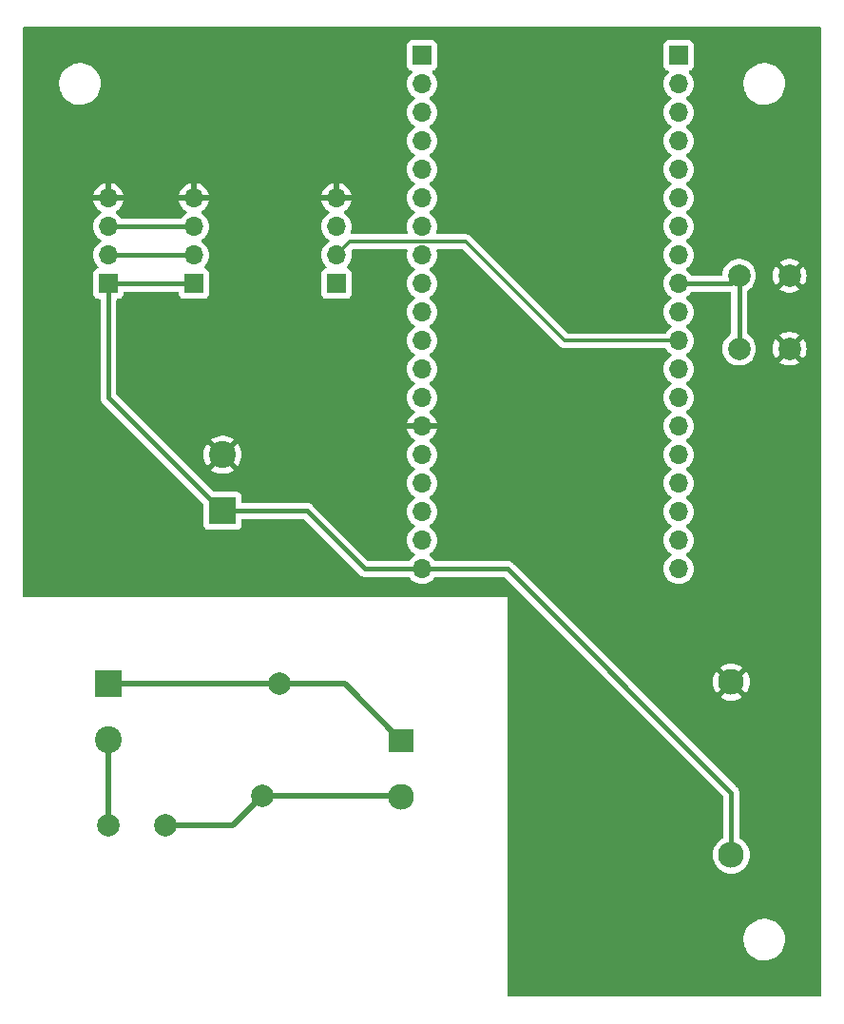
<source format=gbr>
%TF.GenerationSoftware,KiCad,Pcbnew,7.0.2*%
%TF.CreationDate,2023-04-25T22:23:20+02:00*%
%TF.ProjectId,em_schematic,656d5f73-6368-4656-9d61-7469632e6b69,rev?*%
%TF.SameCoordinates,Original*%
%TF.FileFunction,Copper,L1,Top*%
%TF.FilePolarity,Positive*%
%FSLAX46Y46*%
G04 Gerber Fmt 4.6, Leading zero omitted, Abs format (unit mm)*
G04 Created by KiCad (PCBNEW 7.0.2) date 2023-04-25 22:23:20*
%MOMM*%
%LPD*%
G01*
G04 APERTURE LIST*
%TA.AperFunction,ComponentPad*%
%ADD10C,2.000000*%
%TD*%
%TA.AperFunction,ComponentPad*%
%ADD11R,2.400000X2.400000*%
%TD*%
%TA.AperFunction,ComponentPad*%
%ADD12C,2.400000*%
%TD*%
%TA.AperFunction,ComponentPad*%
%ADD13R,1.700000X1.700000*%
%TD*%
%TA.AperFunction,ComponentPad*%
%ADD14O,1.700000X1.700000*%
%TD*%
%TA.AperFunction,ComponentPad*%
%ADD15R,2.300000X2.000000*%
%TD*%
%TA.AperFunction,ComponentPad*%
%ADD16C,2.300000*%
%TD*%
%TA.AperFunction,Conductor*%
%ADD17C,0.406400*%
%TD*%
%TA.AperFunction,Conductor*%
%ADD18C,0.304800*%
%TD*%
%TA.AperFunction,Conductor*%
%ADD19C,0.508000*%
%TD*%
G04 APERTURE END LIST*
D10*
%TO.P,SW1,1,1*%
%TO.N,Net-(J2-Pin_9)*%
X155230000Y-99770000D03*
X155230000Y-93270000D03*
%TO.P,SW1,2,2*%
%TO.N,GND*%
X159730000Y-99770000D03*
X159730000Y-93270000D03*
%TD*%
D11*
%TO.P,J6,1,Pin_1*%
%TO.N,Net-(J6-Pin_1)*%
X99060000Y-129620000D03*
D12*
%TO.P,J6,2,Pin_2*%
%TO.N,Net-(J6-Pin_2)*%
X99060000Y-134620000D03*
%TD*%
D10*
%TO.P,RV1,1*%
%TO.N,Net-(J6-Pin_1)*%
X114300000Y-129620000D03*
%TO.P,RV1,2*%
%TO.N,Net-(PS1-AC{slash}N)*%
X112800000Y-139620000D03*
%TD*%
D13*
%TO.P,J4,1,Pin_1*%
%TO.N,Net-(J1-Pin_1)*%
X119380000Y-93980000D03*
D14*
%TO.P,J4,2,Pin_2*%
%TO.N,Net-(J2-Pin_11)*%
X119380000Y-91440000D03*
%TO.P,J4,3,Pin_3*%
%TO.N,Net-(J2-Pin_12)*%
X119380000Y-88900000D03*
%TO.P,J4,4,Pin_4*%
%TO.N,GND*%
X119380000Y-86360000D03*
%TD*%
D13*
%TO.P,J5,1,Pin_1*%
%TO.N,+5V*%
X106680000Y-93980000D03*
D14*
%TO.P,J5,2,Pin_2*%
%TO.N,Net-(J3-Pin_2)*%
X106680000Y-91440000D03*
%TO.P,J5,3,Pin_3*%
%TO.N,Net-(J3-Pin_3)*%
X106680000Y-88900000D03*
%TO.P,J5,4,Pin_4*%
%TO.N,GND*%
X106680000Y-86360000D03*
%TD*%
D13*
%TO.P,J2,1,Pin_1*%
%TO.N,unconnected-(J2-Pin_1-Pad1)*%
X149860000Y-73660000D03*
D14*
%TO.P,J2,2,Pin_2*%
%TO.N,unconnected-(J2-Pin_2-Pad2)*%
X149860000Y-76200000D03*
%TO.P,J2,3,Pin_3*%
%TO.N,unconnected-(J2-Pin_3-Pad3)*%
X149860000Y-78740000D03*
%TO.P,J2,4,Pin_4*%
%TO.N,unconnected-(J2-Pin_4-Pad4)*%
X149860000Y-81280000D03*
%TO.P,J2,5,Pin_5*%
%TO.N,unconnected-(J2-Pin_5-Pad5)*%
X149860000Y-83820000D03*
%TO.P,J2,6,Pin_6*%
%TO.N,unconnected-(J2-Pin_6-Pad6)*%
X149860000Y-86360000D03*
%TO.P,J2,7,Pin_7*%
%TO.N,unconnected-(J2-Pin_7-Pad7)*%
X149860000Y-88900000D03*
%TO.P,J2,8,Pin_8*%
%TO.N,unconnected-(J2-Pin_8-Pad8)*%
X149860000Y-91440000D03*
%TO.P,J2,9,Pin_9*%
%TO.N,Net-(J2-Pin_9)*%
X149860000Y-93980000D03*
%TO.P,J2,10,Pin_10*%
%TO.N,unconnected-(J2-Pin_10-Pad10)*%
X149860000Y-96520000D03*
%TO.P,J2,11,Pin_11*%
%TO.N,Net-(J2-Pin_11)*%
X149860000Y-99060000D03*
%TO.P,J2,12,Pin_12*%
%TO.N,Net-(J2-Pin_12)*%
X149860000Y-101600000D03*
%TO.P,J2,13,Pin_13*%
%TO.N,unconnected-(J2-Pin_13-Pad13)*%
X149860000Y-104140000D03*
%TO.P,J2,14,Pin_14*%
%TO.N,unconnected-(J2-Pin_14-Pad14)*%
X149860000Y-106680000D03*
%TO.P,J2,15,Pin_15*%
%TO.N,unconnected-(J2-Pin_15-Pad15)*%
X149860000Y-109220000D03*
%TO.P,J2,16,Pin_16*%
%TO.N,unconnected-(J2-Pin_16-Pad16)*%
X149860000Y-111760000D03*
%TO.P,J2,17,Pin_17*%
%TO.N,unconnected-(J2-Pin_17-Pad17)*%
X149860000Y-114300000D03*
%TO.P,J2,18,Pin_18*%
%TO.N,unconnected-(J2-Pin_18-Pad18)*%
X149860000Y-116840000D03*
%TO.P,J2,19,Pin_19*%
%TO.N,unconnected-(J2-Pin_19-Pad19)*%
X149860000Y-119380000D03*
%TD*%
D13*
%TO.P,J1,1,Pin_1*%
%TO.N,Net-(J1-Pin_1)*%
X127000000Y-73660000D03*
D14*
%TO.P,J1,2,Pin_2*%
%TO.N,unconnected-(J1-Pin_2-Pad2)*%
X127000000Y-76200000D03*
%TO.P,J1,3,Pin_3*%
%TO.N,unconnected-(J1-Pin_3-Pad3)*%
X127000000Y-78740000D03*
%TO.P,J1,4,Pin_4*%
%TO.N,unconnected-(J1-Pin_4-Pad4)*%
X127000000Y-81280000D03*
%TO.P,J1,5,Pin_5*%
%TO.N,unconnected-(J1-Pin_5-Pad5)*%
X127000000Y-83820000D03*
%TO.P,J1,6,Pin_6*%
%TO.N,unconnected-(J1-Pin_6-Pad6)*%
X127000000Y-86360000D03*
%TO.P,J1,7,Pin_7*%
%TO.N,unconnected-(J1-Pin_7-Pad7)*%
X127000000Y-88900000D03*
%TO.P,J1,8,Pin_8*%
%TO.N,unconnected-(J1-Pin_8-Pad8)*%
X127000000Y-91440000D03*
%TO.P,J1,9,Pin_9*%
%TO.N,unconnected-(J1-Pin_9-Pad9)*%
X127000000Y-93980000D03*
%TO.P,J1,10,Pin_10*%
%TO.N,unconnected-(J1-Pin_10-Pad10)*%
X127000000Y-96520000D03*
%TO.P,J1,11,Pin_11*%
%TO.N,unconnected-(J1-Pin_11-Pad11)*%
X127000000Y-99060000D03*
%TO.P,J1,12,Pin_12*%
%TO.N,unconnected-(J1-Pin_12-Pad12)*%
X127000000Y-101600000D03*
%TO.P,J1,13,Pin_13*%
%TO.N,unconnected-(J1-Pin_13-Pad13)*%
X127000000Y-104140000D03*
%TO.P,J1,14,Pin_14*%
%TO.N,GND*%
X127000000Y-106680000D03*
%TO.P,J1,15,Pin_15*%
%TO.N,unconnected-(J1-Pin_15-Pad15)*%
X127000000Y-109220000D03*
%TO.P,J1,16,Pin_16*%
%TO.N,unconnected-(J1-Pin_16-Pad16)*%
X127000000Y-111760000D03*
%TO.P,J1,17,Pin_17*%
%TO.N,unconnected-(J1-Pin_17-Pad17)*%
X127000000Y-114300000D03*
%TO.P,J1,18,Pin_18*%
%TO.N,unconnected-(J1-Pin_18-Pad18)*%
X127000000Y-116840000D03*
%TO.P,J1,19,Pin_19*%
%TO.N,+5V*%
X127000000Y-119380000D03*
%TD*%
D11*
%TO.P,C1,1*%
%TO.N,+5V*%
X109220000Y-114220000D03*
D12*
%TO.P,C1,2*%
%TO.N,GND*%
X109220000Y-109220000D03*
%TD*%
D10*
%TO.P,F1,1*%
%TO.N,Net-(J6-Pin_2)*%
X99060000Y-142230000D03*
%TO.P,F1,2*%
%TO.N,Net-(PS1-AC{slash}N)*%
X104140000Y-142240000D03*
%TD*%
D13*
%TO.P,J3,1,Pin_1*%
%TO.N,+5V*%
X99060000Y-93980000D03*
D14*
%TO.P,J3,2,Pin_2*%
%TO.N,Net-(J3-Pin_2)*%
X99060000Y-91440000D03*
%TO.P,J3,3,Pin_3*%
%TO.N,Net-(J3-Pin_3)*%
X99060000Y-88900000D03*
%TO.P,J3,4,Pin_4*%
%TO.N,GND*%
X99060000Y-86360000D03*
%TD*%
D15*
%TO.P,PS1,1,AC/L*%
%TO.N,Net-(J6-Pin_1)*%
X125137500Y-134660000D03*
D16*
%TO.P,PS1,2,AC/N*%
%TO.N,Net-(PS1-AC{slash}N)*%
X125137500Y-139660000D03*
%TO.P,PS1,3,-Vout*%
%TO.N,GND*%
X154537500Y-129460000D03*
%TO.P,PS1,4,+Vout*%
%TO.N,+5V*%
X154537500Y-144860000D03*
%TD*%
D17*
%TO.N,Net-(J2-Pin_9)*%
X155230000Y-99770000D02*
X155230000Y-93270000D01*
X154520000Y-93980000D02*
X155230000Y-93270000D01*
X149860000Y-93980000D02*
X154520000Y-93980000D01*
%TO.N,+5V*%
X109140000Y-114220000D02*
X99060000Y-104140000D01*
X134620000Y-119380000D02*
X127000000Y-119380000D01*
X154537500Y-139297500D02*
X134620000Y-119380000D01*
X154537500Y-144860000D02*
X154537500Y-139297500D01*
X109220000Y-114220000D02*
X109140000Y-114220000D01*
X127000000Y-119380000D02*
X121920000Y-119380000D01*
X121920000Y-119380000D02*
X116760000Y-114220000D01*
X116760000Y-114220000D02*
X109220000Y-114220000D01*
X99060000Y-104140000D02*
X99060000Y-93980000D01*
X99060000Y-93980000D02*
X106680000Y-93980000D01*
D18*
%TO.N,Net-(J2-Pin_11)*%
X139700000Y-99060000D02*
X149860000Y-99060000D01*
X120582400Y-90237600D02*
X130877600Y-90237600D01*
X119380000Y-91440000D02*
X120582400Y-90237600D01*
X130877600Y-90237600D02*
X139700000Y-99060000D01*
D17*
%TO.N,Net-(J3-Pin_2)*%
X99060000Y-91440000D02*
X106680000Y-91440000D01*
%TO.N,Net-(J3-Pin_3)*%
X99060000Y-88900000D02*
X106680000Y-88900000D01*
D19*
%TO.N,Net-(J6-Pin_1)*%
X99060000Y-129620000D02*
X114300000Y-129620000D01*
X120097500Y-129620000D02*
X125137500Y-134660000D01*
X114300000Y-129620000D02*
X120097500Y-129620000D01*
%TO.N,Net-(J6-Pin_2)*%
X99060000Y-134620000D02*
X99060000Y-142230000D01*
%TO.N,Net-(PS1-AC{slash}N)*%
X110180000Y-142240000D02*
X112800000Y-139620000D01*
X104140000Y-142240000D02*
X110180000Y-142240000D01*
X125097500Y-139620000D02*
X125137500Y-139660000D01*
X112800000Y-139620000D02*
X125097500Y-139620000D01*
%TD*%
%TA.AperFunction,Conductor*%
%TO.N,GND*%
G36*
X162502539Y-71140185D02*
G01*
X162548294Y-71192989D01*
X162559500Y-71244500D01*
X162559500Y-157355500D01*
X162539815Y-157422539D01*
X162487011Y-157468294D01*
X162435500Y-157479500D01*
X134744000Y-157479500D01*
X134676961Y-157459815D01*
X134631206Y-157407011D01*
X134620000Y-157355500D01*
X134620000Y-152467764D01*
X155625787Y-152467764D01*
X155655413Y-152737016D01*
X155723928Y-152999087D01*
X155829871Y-153248392D01*
X155970982Y-153479611D01*
X156060253Y-153586881D01*
X156144255Y-153687820D01*
X156345998Y-153868582D01*
X156571910Y-154018044D01*
X156678211Y-154067876D01*
X156817177Y-154133021D01*
X157076562Y-154211058D01*
X157076569Y-154211060D01*
X157344561Y-154250500D01*
X157344564Y-154250500D01*
X157545369Y-154250500D01*
X157547631Y-154250500D01*
X157750156Y-154235677D01*
X158014553Y-154176780D01*
X158267558Y-154080014D01*
X158503777Y-153947441D01*
X158718177Y-153781888D01*
X158906186Y-153586881D01*
X159063799Y-153366579D01*
X159187656Y-153125675D01*
X159275118Y-152869305D01*
X159324319Y-152602933D01*
X159334212Y-152332235D01*
X159304586Y-152062982D01*
X159236072Y-151800912D01*
X159130130Y-151551610D01*
X158989018Y-151320390D01*
X158989017Y-151320388D01*
X158815746Y-151112181D01*
X158710759Y-151018112D01*
X158614002Y-150931418D01*
X158388090Y-150781956D01*
X158388086Y-150781954D01*
X158142822Y-150666978D01*
X157883437Y-150588941D01*
X157883431Y-150588940D01*
X157615439Y-150549500D01*
X157412369Y-150549500D01*
X157410120Y-150549664D01*
X157410109Y-150549665D01*
X157209843Y-150564322D01*
X156945449Y-150623219D01*
X156692441Y-150719986D01*
X156456223Y-150852559D01*
X156241825Y-151018109D01*
X156053813Y-151213120D01*
X155896201Y-151433420D01*
X155772342Y-151674329D01*
X155684881Y-151930695D01*
X155635680Y-152197066D01*
X155625787Y-152467764D01*
X134620000Y-152467764D01*
X134620000Y-121920000D01*
X91564500Y-121920000D01*
X91497461Y-121900315D01*
X91451706Y-121847511D01*
X91440500Y-121796000D01*
X91440500Y-91440000D01*
X97704340Y-91440000D01*
X97724936Y-91675407D01*
X97761115Y-91810429D01*
X97786097Y-91903663D01*
X97885965Y-92117830D01*
X98021505Y-92311401D01*
X98021508Y-92311404D01*
X98143430Y-92433326D01*
X98176915Y-92494649D01*
X98171931Y-92564341D01*
X98130059Y-92620274D01*
X98099083Y-92637189D01*
X97967669Y-92686204D01*
X97852454Y-92772454D01*
X97766204Y-92887668D01*
X97715910Y-93022515D01*
X97715909Y-93022517D01*
X97709500Y-93082127D01*
X97709500Y-93085448D01*
X97709500Y-93085449D01*
X97709500Y-94874560D01*
X97709500Y-94874578D01*
X97709501Y-94877872D01*
X97715909Y-94937483D01*
X97766204Y-95072331D01*
X97852454Y-95187546D01*
X97967669Y-95273796D01*
X98102517Y-95324091D01*
X98162127Y-95330500D01*
X98232300Y-95330499D01*
X98299338Y-95350183D01*
X98345094Y-95402986D01*
X98356300Y-95454499D01*
X98356300Y-104114998D01*
X98356074Y-104122484D01*
X98352425Y-104182800D01*
X98363315Y-104242222D01*
X98364442Y-104249625D01*
X98371730Y-104309642D01*
X98375360Y-104319214D01*
X98381387Y-104340833D01*
X98383230Y-104350891D01*
X98408028Y-104405991D01*
X98410893Y-104412908D01*
X98432328Y-104469426D01*
X98438139Y-104477844D01*
X98449165Y-104497395D01*
X98453364Y-104506726D01*
X98490647Y-104554313D01*
X98495084Y-104560343D01*
X98524985Y-104603663D01*
X98529406Y-104610067D01*
X98574630Y-104650132D01*
X98580084Y-104655266D01*
X107483181Y-113558363D01*
X107516666Y-113619686D01*
X107519500Y-113646044D01*
X107519500Y-115464560D01*
X107519500Y-115464578D01*
X107519501Y-115467872D01*
X107519853Y-115471152D01*
X107519854Y-115471159D01*
X107525427Y-115523002D01*
X107525909Y-115527483D01*
X107576204Y-115662331D01*
X107662454Y-115777546D01*
X107777669Y-115863796D01*
X107912517Y-115914091D01*
X107972127Y-115920500D01*
X110467872Y-115920499D01*
X110527483Y-115914091D01*
X110662331Y-115863796D01*
X110777546Y-115777546D01*
X110863796Y-115662331D01*
X110914091Y-115527483D01*
X110920500Y-115467873D01*
X110920500Y-115047699D01*
X110940185Y-114980661D01*
X110992989Y-114934906D01*
X111044500Y-114923700D01*
X116417156Y-114923700D01*
X116484195Y-114943385D01*
X116504837Y-114960019D01*
X121404724Y-119859906D01*
X121409858Y-119865360D01*
X121449932Y-119910595D01*
X121499660Y-119944918D01*
X121505688Y-119949353D01*
X121553275Y-119986636D01*
X121562603Y-119990834D01*
X121582156Y-120001861D01*
X121590573Y-120007671D01*
X121647092Y-120029107D01*
X121654009Y-120031972D01*
X121697364Y-120051483D01*
X121709110Y-120056770D01*
X121719161Y-120058611D01*
X121740783Y-120064638D01*
X121750357Y-120068270D01*
X121810386Y-120075558D01*
X121817762Y-120076681D01*
X121839576Y-120080679D01*
X121877197Y-120087574D01*
X121877199Y-120087573D01*
X121877200Y-120087574D01*
X121937514Y-120083925D01*
X121945000Y-120083700D01*
X125779529Y-120083700D01*
X125846568Y-120103385D01*
X125881101Y-120136574D01*
X125961505Y-120251401D01*
X126128599Y-120418495D01*
X126322170Y-120554035D01*
X126536337Y-120653903D01*
X126764592Y-120715063D01*
X127000000Y-120735659D01*
X127235408Y-120715063D01*
X127463663Y-120653903D01*
X127677830Y-120554035D01*
X127871401Y-120418495D01*
X128038495Y-120251401D01*
X128118897Y-120136574D01*
X128173473Y-120092951D01*
X128220471Y-120083700D01*
X134277156Y-120083700D01*
X134344195Y-120103385D01*
X134364837Y-120120019D01*
X153797482Y-139552664D01*
X153830966Y-139613985D01*
X153833800Y-139640343D01*
X153833800Y-143286032D01*
X153814115Y-143353071D01*
X153774590Y-143391759D01*
X153564361Y-143520587D01*
X153366811Y-143689311D01*
X153198090Y-143886856D01*
X153198088Y-143886860D01*
X153062346Y-144108372D01*
X153062345Y-144108375D01*
X152962926Y-144348389D01*
X152902279Y-144601004D01*
X152881896Y-144860000D01*
X152902279Y-145118995D01*
X152962926Y-145371610D01*
X153022930Y-145516470D01*
X153062346Y-145611628D01*
X153198088Y-145833140D01*
X153198090Y-145833143D01*
X153265067Y-145911563D01*
X153366811Y-146030689D01*
X153564360Y-146199412D01*
X153785872Y-146335154D01*
X153965885Y-146409718D01*
X154025889Y-146434573D01*
X154105697Y-146453733D01*
X154278506Y-146495221D01*
X154537500Y-146515604D01*
X154796494Y-146495221D01*
X155049110Y-146434573D01*
X155289128Y-146335154D01*
X155510640Y-146199412D01*
X155708189Y-146030689D01*
X155876912Y-145833140D01*
X156012654Y-145611628D01*
X156112073Y-145371610D01*
X156172721Y-145118994D01*
X156193104Y-144860000D01*
X156172721Y-144601006D01*
X156112073Y-144348390D01*
X156012654Y-144108372D01*
X155876912Y-143886860D01*
X155708189Y-143689311D01*
X155510640Y-143520588D01*
X155451869Y-143484573D01*
X155300410Y-143391759D01*
X155253535Y-143339948D01*
X155241200Y-143286032D01*
X155241200Y-139322500D01*
X155241426Y-139315014D01*
X155245074Y-139254700D01*
X155234177Y-139195239D01*
X155233054Y-139187855D01*
X155225770Y-139127857D01*
X155222141Y-139118290D01*
X155216114Y-139096672D01*
X155214271Y-139086610D01*
X155189465Y-139031496D01*
X155186599Y-139024575D01*
X155186407Y-139024069D01*
X155165171Y-138968073D01*
X155159358Y-138959651D01*
X155148338Y-138940113D01*
X155144136Y-138930776D01*
X155106848Y-138883182D01*
X155102434Y-138877184D01*
X155068095Y-138827434D01*
X155022859Y-138787358D01*
X155017406Y-138782224D01*
X145695182Y-129460000D01*
X152882398Y-129460000D01*
X152902775Y-129718916D01*
X152963403Y-129971455D01*
X153062794Y-130211402D01*
X153198493Y-130432843D01*
X153204301Y-130439644D01*
X154054422Y-129589523D01*
X154078007Y-129669844D01*
X154155739Y-129790798D01*
X154264400Y-129884952D01*
X154395185Y-129944680D01*
X154404966Y-129946086D01*
X153557854Y-130793198D01*
X153564655Y-130799006D01*
X153786097Y-130934705D01*
X154026044Y-131034096D01*
X154278583Y-131094724D01*
X154537500Y-131115101D01*
X154796416Y-131094724D01*
X155048955Y-131034096D01*
X155288897Y-130934707D01*
X155510349Y-130799003D01*
X155517145Y-130793198D01*
X154670033Y-129946086D01*
X154679815Y-129944680D01*
X154810600Y-129884952D01*
X154919261Y-129790798D01*
X154996993Y-129669844D01*
X155020576Y-129589523D01*
X155870698Y-130439645D01*
X155876503Y-130432849D01*
X156012207Y-130211397D01*
X156111596Y-129971455D01*
X156172224Y-129718916D01*
X156192601Y-129459999D01*
X156172224Y-129201083D01*
X156111596Y-128948544D01*
X156012205Y-128708597D01*
X155876506Y-128487155D01*
X155870698Y-128480354D01*
X155020576Y-129330475D01*
X154996993Y-129250156D01*
X154919261Y-129129202D01*
X154810600Y-129035048D01*
X154679815Y-128975320D01*
X154670034Y-128973913D01*
X155517145Y-128126801D01*
X155510343Y-128120993D01*
X155288902Y-127985294D01*
X155048955Y-127885903D01*
X154796416Y-127825275D01*
X154537499Y-127804898D01*
X154278583Y-127825275D01*
X154026044Y-127885903D01*
X153786097Y-127985294D01*
X153564656Y-128120992D01*
X153557854Y-128126801D01*
X154404966Y-128973913D01*
X154395185Y-128975320D01*
X154264400Y-129035048D01*
X154155739Y-129129202D01*
X154078007Y-129250156D01*
X154054423Y-129330476D01*
X153204301Y-128480354D01*
X153198492Y-128487156D01*
X153062794Y-128708597D01*
X152963403Y-128948544D01*
X152902775Y-129201083D01*
X152882398Y-129460000D01*
X145695182Y-129460000D01*
X135135266Y-118900084D01*
X135130132Y-118894630D01*
X135090067Y-118849406D01*
X135040347Y-118815087D01*
X135034313Y-118810647D01*
X134986726Y-118773364D01*
X134977395Y-118769165D01*
X134957844Y-118758139D01*
X134949426Y-118752328D01*
X134892908Y-118730893D01*
X134885991Y-118728028D01*
X134830891Y-118703230D01*
X134820833Y-118701387D01*
X134799214Y-118695360D01*
X134789643Y-118691730D01*
X134729624Y-118684441D01*
X134722222Y-118683315D01*
X134662800Y-118672425D01*
X134602486Y-118676074D01*
X134595000Y-118676300D01*
X128220470Y-118676300D01*
X128153431Y-118656615D01*
X128118895Y-118623423D01*
X128038494Y-118508598D01*
X127871404Y-118341508D01*
X127871401Y-118341505D01*
X127685839Y-118211573D01*
X127642217Y-118156998D01*
X127635024Y-118087499D01*
X127666546Y-118025145D01*
X127685837Y-118008428D01*
X127871401Y-117878495D01*
X128038495Y-117711401D01*
X128174035Y-117517830D01*
X128273903Y-117303663D01*
X128335063Y-117075408D01*
X128355659Y-116840000D01*
X128335063Y-116604592D01*
X128273903Y-116376337D01*
X128174035Y-116162171D01*
X128038495Y-115968599D01*
X127871401Y-115801505D01*
X127685839Y-115671573D01*
X127642215Y-115616997D01*
X127635023Y-115547498D01*
X127666545Y-115485144D01*
X127685831Y-115468432D01*
X127871401Y-115338495D01*
X128038495Y-115171401D01*
X128174035Y-114977830D01*
X128273903Y-114763663D01*
X128335063Y-114535408D01*
X128355659Y-114300000D01*
X128335063Y-114064592D01*
X128273903Y-113836337D01*
X128174035Y-113622171D01*
X128038495Y-113428599D01*
X127871401Y-113261505D01*
X127685839Y-113131573D01*
X127642216Y-113076998D01*
X127635022Y-113007500D01*
X127666545Y-112945145D01*
X127685837Y-112928428D01*
X127871401Y-112798495D01*
X128038495Y-112631401D01*
X128174035Y-112437830D01*
X128273903Y-112223663D01*
X128335063Y-111995408D01*
X128355659Y-111760000D01*
X128335063Y-111524592D01*
X128273903Y-111296337D01*
X128174035Y-111082171D01*
X128038495Y-110888599D01*
X127871401Y-110721505D01*
X127685839Y-110591573D01*
X127642215Y-110536997D01*
X127635023Y-110467498D01*
X127666545Y-110405144D01*
X127685831Y-110388432D01*
X127871401Y-110258495D01*
X128038495Y-110091401D01*
X128174035Y-109897830D01*
X128273903Y-109683663D01*
X128335063Y-109455408D01*
X128355659Y-109220000D01*
X128335063Y-108984592D01*
X128273903Y-108756337D01*
X128174035Y-108542171D01*
X128038495Y-108348599D01*
X127871401Y-108181505D01*
X127685402Y-108051267D01*
X127641780Y-107996692D01*
X127634587Y-107927193D01*
X127666109Y-107864839D01*
X127685405Y-107848119D01*
X127871078Y-107718109D01*
X128038106Y-107551081D01*
X128173600Y-107357576D01*
X128273430Y-107143492D01*
X128330636Y-106930000D01*
X127433686Y-106930000D01*
X127459493Y-106889844D01*
X127500000Y-106751889D01*
X127500000Y-106608111D01*
X127459493Y-106470156D01*
X127433686Y-106430000D01*
X128330636Y-106430000D01*
X128330635Y-106429999D01*
X128273430Y-106216507D01*
X128173599Y-106002421D01*
X128038109Y-105808921D01*
X127871081Y-105641893D01*
X127685404Y-105511880D01*
X127641780Y-105457303D01*
X127634587Y-105387804D01*
X127666109Y-105325450D01*
X127685399Y-105308734D01*
X127871401Y-105178495D01*
X128038495Y-105011401D01*
X128174035Y-104817830D01*
X128273903Y-104603663D01*
X128335063Y-104375408D01*
X128355659Y-104140000D01*
X128335063Y-103904592D01*
X128273903Y-103676337D01*
X128174035Y-103462171D01*
X128038495Y-103268599D01*
X127871401Y-103101505D01*
X127685839Y-102971573D01*
X127642216Y-102916998D01*
X127635022Y-102847500D01*
X127666545Y-102785145D01*
X127685837Y-102768428D01*
X127871401Y-102638495D01*
X128038495Y-102471401D01*
X128174035Y-102277830D01*
X128273903Y-102063663D01*
X128335063Y-101835408D01*
X128355659Y-101600000D01*
X128335063Y-101364592D01*
X128273903Y-101136337D01*
X128174035Y-100922171D01*
X128038495Y-100728599D01*
X127871401Y-100561505D01*
X127685839Y-100431573D01*
X127642215Y-100376997D01*
X127635023Y-100307498D01*
X127666545Y-100245144D01*
X127685831Y-100228432D01*
X127871401Y-100098495D01*
X128038495Y-99931401D01*
X128174035Y-99737830D01*
X128273903Y-99523663D01*
X128335063Y-99295408D01*
X128355659Y-99060000D01*
X128335063Y-98824592D01*
X128273903Y-98596337D01*
X128174035Y-98382171D01*
X128038495Y-98188599D01*
X127871401Y-98021505D01*
X127685839Y-97891573D01*
X127642216Y-97836998D01*
X127635022Y-97767500D01*
X127666545Y-97705145D01*
X127685837Y-97688428D01*
X127871401Y-97558495D01*
X128038495Y-97391401D01*
X128174035Y-97197830D01*
X128273903Y-96983663D01*
X128335063Y-96755408D01*
X128355659Y-96520000D01*
X128335063Y-96284592D01*
X128273903Y-96056337D01*
X128174035Y-95842171D01*
X128038495Y-95648599D01*
X127871401Y-95481505D01*
X127685839Y-95351573D01*
X127642215Y-95296997D01*
X127635023Y-95227498D01*
X127666545Y-95165144D01*
X127685831Y-95148432D01*
X127871401Y-95018495D01*
X128038495Y-94851401D01*
X128174035Y-94657830D01*
X128273903Y-94443663D01*
X128335063Y-94215408D01*
X128355659Y-93980000D01*
X128335063Y-93744592D01*
X128273903Y-93516337D01*
X128174035Y-93302171D01*
X128038495Y-93108599D01*
X127871401Y-92941505D01*
X127685839Y-92811573D01*
X127642216Y-92756998D01*
X127635022Y-92687500D01*
X127666545Y-92625145D01*
X127685837Y-92608428D01*
X127871401Y-92478495D01*
X128038495Y-92311401D01*
X128174035Y-92117830D01*
X128273903Y-91903663D01*
X128335063Y-91675408D01*
X128355659Y-91440000D01*
X128335063Y-91204592D01*
X128292727Y-91046593D01*
X128294391Y-90976743D01*
X128333554Y-90918881D01*
X128397782Y-90891377D01*
X128412503Y-90890500D01*
X130555798Y-90890500D01*
X130622837Y-90910185D01*
X130643479Y-90926819D01*
X139177681Y-99461021D01*
X139191066Y-99477728D01*
X139244164Y-99527590D01*
X139246961Y-99530301D01*
X139267375Y-99550715D01*
X139270457Y-99553106D01*
X139270461Y-99553109D01*
X139270892Y-99553443D01*
X139279766Y-99561023D01*
X139313185Y-99592405D01*
X139331883Y-99602685D01*
X139348144Y-99613365D01*
X139365006Y-99626445D01*
X139365007Y-99626445D01*
X139365008Y-99626446D01*
X139407076Y-99644650D01*
X139417550Y-99649780D01*
X139457741Y-99671876D01*
X139478408Y-99677182D01*
X139496820Y-99683486D01*
X139516396Y-99691958D01*
X139516397Y-99691958D01*
X139516399Y-99691959D01*
X139561686Y-99699130D01*
X139573108Y-99701496D01*
X139617520Y-99712900D01*
X139638861Y-99712900D01*
X139658258Y-99714426D01*
X139666282Y-99715697D01*
X139679328Y-99717764D01*
X139679328Y-99717763D01*
X139679329Y-99717764D01*
X139724971Y-99713449D01*
X139736638Y-99712900D01*
X148603959Y-99712900D01*
X148670998Y-99732585D01*
X148705530Y-99765773D01*
X148821505Y-99931401D01*
X148988599Y-100098495D01*
X149174160Y-100228426D01*
X149217783Y-100283002D01*
X149224976Y-100352501D01*
X149193454Y-100414855D01*
X149174159Y-100431575D01*
X148988595Y-100561508D01*
X148821505Y-100728598D01*
X148685965Y-100922170D01*
X148586097Y-101136336D01*
X148524936Y-101364592D01*
X148504340Y-101599999D01*
X148524936Y-101835407D01*
X148569709Y-102002501D01*
X148586097Y-102063663D01*
X148685965Y-102277830D01*
X148821505Y-102471401D01*
X148988599Y-102638495D01*
X149174160Y-102768426D01*
X149217783Y-102823002D01*
X149224976Y-102892501D01*
X149193454Y-102954855D01*
X149174159Y-102971575D01*
X148988595Y-103101508D01*
X148821505Y-103268598D01*
X148685965Y-103462170D01*
X148586097Y-103676336D01*
X148524936Y-103904592D01*
X148504340Y-104140000D01*
X148524936Y-104375407D01*
X148557623Y-104497395D01*
X148586097Y-104603663D01*
X148685965Y-104817830D01*
X148821505Y-105011401D01*
X148988599Y-105178495D01*
X149174160Y-105308426D01*
X149217783Y-105363002D01*
X149224976Y-105432501D01*
X149193454Y-105494855D01*
X149174159Y-105511575D01*
X148988595Y-105641508D01*
X148821505Y-105808598D01*
X148685965Y-106002170D01*
X148586097Y-106216336D01*
X148524936Y-106444592D01*
X148504340Y-106679999D01*
X148524936Y-106915407D01*
X148550496Y-107010798D01*
X148586097Y-107143663D01*
X148685965Y-107357830D01*
X148821505Y-107551401D01*
X148988599Y-107718495D01*
X149174160Y-107848426D01*
X149217783Y-107903002D01*
X149224976Y-107972501D01*
X149193454Y-108034855D01*
X149174159Y-108051575D01*
X148988595Y-108181508D01*
X148821505Y-108348598D01*
X148685965Y-108542170D01*
X148586097Y-108756336D01*
X148524936Y-108984592D01*
X148504340Y-109220000D01*
X148524936Y-109455407D01*
X148556593Y-109573553D01*
X148586097Y-109683663D01*
X148685965Y-109897830D01*
X148821505Y-110091401D01*
X148988599Y-110258495D01*
X149174160Y-110388426D01*
X149217783Y-110443002D01*
X149224976Y-110512501D01*
X149193454Y-110574855D01*
X149174159Y-110591575D01*
X148988595Y-110721508D01*
X148821505Y-110888598D01*
X148685965Y-111082170D01*
X148586097Y-111296336D01*
X148524936Y-111524592D01*
X148504340Y-111760000D01*
X148524936Y-111995407D01*
X148569709Y-112162502D01*
X148586097Y-112223663D01*
X148685965Y-112437830D01*
X148821505Y-112631401D01*
X148988599Y-112798495D01*
X149174160Y-112928426D01*
X149217783Y-112983002D01*
X149224976Y-113052501D01*
X149193454Y-113114855D01*
X149174159Y-113131575D01*
X148988595Y-113261508D01*
X148821505Y-113428598D01*
X148685965Y-113622170D01*
X148586097Y-113836336D01*
X148524936Y-114064592D01*
X148504340Y-114299999D01*
X148524936Y-114535407D01*
X148569709Y-114702501D01*
X148586097Y-114763663D01*
X148685965Y-114977830D01*
X148821505Y-115171401D01*
X148988599Y-115338495D01*
X149174160Y-115468426D01*
X149217783Y-115523002D01*
X149224976Y-115592501D01*
X149193454Y-115654855D01*
X149174159Y-115671575D01*
X148988595Y-115801508D01*
X148821505Y-115968598D01*
X148685965Y-116162170D01*
X148586097Y-116376336D01*
X148524936Y-116604592D01*
X148504340Y-116839999D01*
X148524936Y-117075407D01*
X148569709Y-117242502D01*
X148586097Y-117303663D01*
X148685965Y-117517830D01*
X148821505Y-117711401D01*
X148988599Y-117878495D01*
X149174160Y-118008426D01*
X149217783Y-118063002D01*
X149224976Y-118132501D01*
X149193454Y-118194855D01*
X149174159Y-118211575D01*
X148988595Y-118341508D01*
X148821505Y-118508598D01*
X148685965Y-118702170D01*
X148586097Y-118916336D01*
X148524936Y-119144592D01*
X148504340Y-119379999D01*
X148524936Y-119615407D01*
X148569709Y-119782501D01*
X148586097Y-119843663D01*
X148685965Y-120057830D01*
X148821505Y-120251401D01*
X148988599Y-120418495D01*
X149182170Y-120554035D01*
X149396337Y-120653903D01*
X149624592Y-120715063D01*
X149860000Y-120735659D01*
X150095408Y-120715063D01*
X150323663Y-120653903D01*
X150537830Y-120554035D01*
X150731401Y-120418495D01*
X150898495Y-120251401D01*
X151034035Y-120057830D01*
X151133903Y-119843663D01*
X151195063Y-119615408D01*
X151215659Y-119380000D01*
X151195063Y-119144592D01*
X151133903Y-118916337D01*
X151034035Y-118702171D01*
X150898495Y-118508599D01*
X150731401Y-118341505D01*
X150545839Y-118211573D01*
X150502216Y-118156998D01*
X150495022Y-118087500D01*
X150526545Y-118025145D01*
X150545837Y-118008428D01*
X150731401Y-117878495D01*
X150898495Y-117711401D01*
X151034035Y-117517830D01*
X151133903Y-117303663D01*
X151195063Y-117075408D01*
X151215659Y-116840000D01*
X151195063Y-116604592D01*
X151133903Y-116376337D01*
X151034035Y-116162171D01*
X150898495Y-115968599D01*
X150731401Y-115801505D01*
X150545839Y-115671573D01*
X150502215Y-115616997D01*
X150495023Y-115547498D01*
X150526545Y-115485144D01*
X150545831Y-115468432D01*
X150731401Y-115338495D01*
X150898495Y-115171401D01*
X151034035Y-114977830D01*
X151133903Y-114763663D01*
X151195063Y-114535408D01*
X151215659Y-114300000D01*
X151195063Y-114064592D01*
X151133903Y-113836337D01*
X151034035Y-113622171D01*
X150898495Y-113428599D01*
X150731401Y-113261505D01*
X150545839Y-113131573D01*
X150502216Y-113076998D01*
X150495022Y-113007500D01*
X150526545Y-112945145D01*
X150545837Y-112928428D01*
X150731401Y-112798495D01*
X150898495Y-112631401D01*
X151034035Y-112437830D01*
X151133903Y-112223663D01*
X151195063Y-111995408D01*
X151215659Y-111760000D01*
X151195063Y-111524592D01*
X151133903Y-111296337D01*
X151034035Y-111082171D01*
X150898495Y-110888599D01*
X150731401Y-110721505D01*
X150545839Y-110591573D01*
X150502215Y-110536997D01*
X150495023Y-110467498D01*
X150526545Y-110405144D01*
X150545831Y-110388432D01*
X150731401Y-110258495D01*
X150898495Y-110091401D01*
X151034035Y-109897830D01*
X151133903Y-109683663D01*
X151195063Y-109455408D01*
X151215659Y-109220000D01*
X151195063Y-108984592D01*
X151133903Y-108756337D01*
X151034035Y-108542171D01*
X150898495Y-108348599D01*
X150731401Y-108181505D01*
X150545839Y-108051573D01*
X150502216Y-107996998D01*
X150495022Y-107927500D01*
X150526545Y-107865145D01*
X150545837Y-107848428D01*
X150731401Y-107718495D01*
X150898495Y-107551401D01*
X151034035Y-107357830D01*
X151133903Y-107143663D01*
X151195063Y-106915408D01*
X151215659Y-106680000D01*
X151195063Y-106444592D01*
X151133903Y-106216337D01*
X151034035Y-106002171D01*
X150898495Y-105808599D01*
X150731401Y-105641505D01*
X150545839Y-105511573D01*
X150502215Y-105456997D01*
X150495023Y-105387498D01*
X150526545Y-105325144D01*
X150545831Y-105308432D01*
X150731401Y-105178495D01*
X150898495Y-105011401D01*
X151034035Y-104817830D01*
X151133903Y-104603663D01*
X151195063Y-104375408D01*
X151215659Y-104140000D01*
X151195063Y-103904592D01*
X151133903Y-103676337D01*
X151034035Y-103462171D01*
X150898495Y-103268599D01*
X150731401Y-103101505D01*
X150545839Y-102971573D01*
X150502216Y-102916998D01*
X150495022Y-102847500D01*
X150526545Y-102785145D01*
X150545837Y-102768428D01*
X150731401Y-102638495D01*
X150898495Y-102471401D01*
X151034035Y-102277830D01*
X151133903Y-102063663D01*
X151195063Y-101835408D01*
X151215659Y-101600000D01*
X151195063Y-101364592D01*
X151133903Y-101136337D01*
X151034035Y-100922171D01*
X150898495Y-100728599D01*
X150731401Y-100561505D01*
X150545839Y-100431573D01*
X150502215Y-100376997D01*
X150495023Y-100307498D01*
X150526545Y-100245144D01*
X150545831Y-100228432D01*
X150731401Y-100098495D01*
X150898495Y-99931401D01*
X151034035Y-99737830D01*
X151133903Y-99523663D01*
X151195063Y-99295408D01*
X151215659Y-99060000D01*
X151195063Y-98824592D01*
X151133903Y-98596337D01*
X151034035Y-98382171D01*
X150898495Y-98188599D01*
X150731401Y-98021505D01*
X150545839Y-97891573D01*
X150502216Y-97836998D01*
X150495022Y-97767500D01*
X150526545Y-97705145D01*
X150545837Y-97688428D01*
X150731401Y-97558495D01*
X150898495Y-97391401D01*
X151034035Y-97197830D01*
X151133903Y-96983663D01*
X151195063Y-96755408D01*
X151215659Y-96520000D01*
X151195063Y-96284592D01*
X151133903Y-96056337D01*
X151034035Y-95842171D01*
X150898495Y-95648599D01*
X150731401Y-95481505D01*
X150545839Y-95351573D01*
X150502215Y-95296997D01*
X150495023Y-95227498D01*
X150526545Y-95165144D01*
X150545831Y-95148432D01*
X150731401Y-95018495D01*
X150898495Y-94851401D01*
X150978897Y-94736574D01*
X151033473Y-94692951D01*
X151080471Y-94683700D01*
X154402300Y-94683700D01*
X154469339Y-94703385D01*
X154515094Y-94756189D01*
X154526300Y-94807700D01*
X154526300Y-98370800D01*
X154506615Y-98437839D01*
X154461319Y-98479854D01*
X154406488Y-98509527D01*
X154210259Y-98662259D01*
X154041837Y-98845214D01*
X153905825Y-99053395D01*
X153832746Y-99220000D01*
X153805937Y-99281119D01*
X153746815Y-99514585D01*
X153744891Y-99522183D01*
X153724356Y-99770000D01*
X153744891Y-100017816D01*
X153744891Y-100017819D01*
X153744892Y-100017821D01*
X153805937Y-100258881D01*
X153837133Y-100330000D01*
X153905825Y-100486604D01*
X153905827Y-100486607D01*
X154041836Y-100694785D01*
X154210256Y-100877738D01*
X154275667Y-100928650D01*
X154406485Y-101030470D01*
X154406487Y-101030471D01*
X154406491Y-101030474D01*
X154625190Y-101148828D01*
X154860386Y-101229571D01*
X155105665Y-101270500D01*
X155354335Y-101270500D01*
X155599614Y-101229571D01*
X155834810Y-101148828D01*
X156053509Y-101030474D01*
X156249744Y-100877738D01*
X156418164Y-100694785D01*
X156554173Y-100486607D01*
X156654063Y-100258881D01*
X156715108Y-100017821D01*
X156735643Y-99770000D01*
X158224858Y-99770000D01*
X158245386Y-100017732D01*
X158306413Y-100258721D01*
X158406268Y-100486370D01*
X158506563Y-100639882D01*
X158506564Y-100639882D01*
X159204070Y-99942376D01*
X159206884Y-99955915D01*
X159276442Y-100090156D01*
X159379638Y-100200652D01*
X159508819Y-100279209D01*
X159560002Y-100293549D01*
X158859942Y-100993609D01*
X158859942Y-100993610D01*
X158906766Y-101030055D01*
X159125393Y-101148368D01*
X159360506Y-101229083D01*
X159605707Y-101270000D01*
X159854293Y-101270000D01*
X160099493Y-101229083D01*
X160334606Y-101148368D01*
X160553233Y-101030053D01*
X160600056Y-100993609D01*
X159901568Y-100295121D01*
X160018458Y-100244349D01*
X160135739Y-100148934D01*
X160222928Y-100025415D01*
X160253354Y-99939802D01*
X160953434Y-100639882D01*
X161053730Y-100486369D01*
X161153586Y-100258721D01*
X161214613Y-100017732D01*
X161235141Y-99769999D01*
X161214613Y-99522267D01*
X161153586Y-99281278D01*
X161053730Y-99053630D01*
X160953434Y-98900116D01*
X160255929Y-99597622D01*
X160253116Y-99584085D01*
X160183558Y-99449844D01*
X160080362Y-99339348D01*
X159951181Y-99260791D01*
X159899996Y-99246449D01*
X160600056Y-98546389D01*
X160600056Y-98546387D01*
X160553235Y-98509947D01*
X160334606Y-98391631D01*
X160099493Y-98310916D01*
X159854293Y-98270000D01*
X159605707Y-98270000D01*
X159360506Y-98310916D01*
X159125393Y-98391631D01*
X158906764Y-98509946D01*
X158859942Y-98546388D01*
X158859942Y-98546390D01*
X159558430Y-99244879D01*
X159441542Y-99295651D01*
X159324261Y-99391066D01*
X159237072Y-99514585D01*
X159206645Y-99600196D01*
X158506564Y-98900116D01*
X158406266Y-99053634D01*
X158306413Y-99281278D01*
X158245386Y-99522267D01*
X158224858Y-99770000D01*
X156735643Y-99770000D01*
X156715108Y-99522179D01*
X156654063Y-99281119D01*
X156554173Y-99053393D01*
X156418164Y-98845215D01*
X156249744Y-98662262D01*
X156165044Y-98596337D01*
X156053511Y-98509527D01*
X155998681Y-98479854D01*
X155949091Y-98430634D01*
X155933700Y-98370800D01*
X155933700Y-94669198D01*
X155953385Y-94602159D01*
X155998682Y-94560144D01*
X156053509Y-94530474D01*
X156249744Y-94377738D01*
X156418164Y-94194785D01*
X156554173Y-93986607D01*
X156654063Y-93758881D01*
X156715108Y-93517821D01*
X156735643Y-93270000D01*
X156735643Y-93269999D01*
X158224858Y-93269999D01*
X158245386Y-93517732D01*
X158306413Y-93758721D01*
X158406268Y-93986370D01*
X158506563Y-94139882D01*
X158506564Y-94139882D01*
X159204070Y-93442376D01*
X159206884Y-93455915D01*
X159276442Y-93590156D01*
X159379638Y-93700652D01*
X159508819Y-93779209D01*
X159560002Y-93793549D01*
X158859942Y-94493609D01*
X158859942Y-94493610D01*
X158906766Y-94530055D01*
X159125393Y-94648368D01*
X159360506Y-94729083D01*
X159605707Y-94770000D01*
X159854293Y-94770000D01*
X160099493Y-94729083D01*
X160334606Y-94648368D01*
X160553233Y-94530053D01*
X160600056Y-94493609D01*
X159901568Y-93795121D01*
X160018458Y-93744349D01*
X160135739Y-93648934D01*
X160222928Y-93525415D01*
X160253354Y-93439802D01*
X160953434Y-94139882D01*
X161053730Y-93986369D01*
X161153586Y-93758721D01*
X161214613Y-93517732D01*
X161235141Y-93270000D01*
X161214613Y-93022267D01*
X161153586Y-92781278D01*
X161053730Y-92553630D01*
X160953434Y-92400116D01*
X160255929Y-93097622D01*
X160253116Y-93084085D01*
X160183558Y-92949844D01*
X160080362Y-92839348D01*
X159951181Y-92760791D01*
X159899997Y-92746450D01*
X160600057Y-92046390D01*
X160600056Y-92046388D01*
X160553235Y-92009947D01*
X160334606Y-91891631D01*
X160099493Y-91810916D01*
X159854293Y-91770000D01*
X159605707Y-91770000D01*
X159360506Y-91810916D01*
X159125393Y-91891631D01*
X158906764Y-92009946D01*
X158859942Y-92046388D01*
X158859942Y-92046390D01*
X159558431Y-92744878D01*
X159441542Y-92795651D01*
X159324261Y-92891066D01*
X159237072Y-93014585D01*
X159206645Y-93100197D01*
X158506564Y-92400116D01*
X158406266Y-92553634D01*
X158306413Y-92781278D01*
X158245386Y-93022267D01*
X158224858Y-93269999D01*
X156735643Y-93269999D01*
X156735236Y-93265094D01*
X156722269Y-93108598D01*
X156715108Y-93022179D01*
X156654063Y-92781119D01*
X156554173Y-92553393D01*
X156418164Y-92345215D01*
X156249744Y-92162262D01*
X156192654Y-92117827D01*
X156053514Y-92009529D01*
X156053510Y-92009526D01*
X156053509Y-92009526D01*
X155834810Y-91891172D01*
X155834806Y-91891170D01*
X155834805Y-91891170D01*
X155599615Y-91810429D01*
X155354335Y-91769500D01*
X155105665Y-91769500D01*
X154860384Y-91810429D01*
X154625194Y-91891170D01*
X154406485Y-92009529D01*
X154210259Y-92162259D01*
X154041837Y-92345214D01*
X153905825Y-92553395D01*
X153832746Y-92720000D01*
X153805937Y-92781119D01*
X153771667Y-92916447D01*
X153744891Y-93022183D01*
X153733261Y-93162540D01*
X153708108Y-93227725D01*
X153651706Y-93268963D01*
X153609685Y-93276300D01*
X151080470Y-93276300D01*
X151013431Y-93256615D01*
X150978895Y-93223423D01*
X150898495Y-93108599D01*
X150731401Y-92941505D01*
X150545839Y-92811573D01*
X150502216Y-92756998D01*
X150495022Y-92687500D01*
X150526545Y-92625145D01*
X150545837Y-92608428D01*
X150731401Y-92478495D01*
X150898495Y-92311401D01*
X151034035Y-92117830D01*
X151133903Y-91903663D01*
X151195063Y-91675408D01*
X151215659Y-91440000D01*
X151195063Y-91204592D01*
X151133903Y-90976337D01*
X151034035Y-90762171D01*
X150898495Y-90568599D01*
X150731401Y-90401505D01*
X150545839Y-90271573D01*
X150502215Y-90216997D01*
X150495023Y-90147498D01*
X150526545Y-90085144D01*
X150545831Y-90068432D01*
X150731401Y-89938495D01*
X150898495Y-89771401D01*
X151034035Y-89577830D01*
X151133903Y-89363663D01*
X151195063Y-89135408D01*
X151215659Y-88900000D01*
X151195063Y-88664592D01*
X151133903Y-88436337D01*
X151034035Y-88222171D01*
X150898495Y-88028599D01*
X150731401Y-87861505D01*
X150545839Y-87731573D01*
X150502216Y-87676998D01*
X150495022Y-87607500D01*
X150526545Y-87545145D01*
X150545837Y-87528428D01*
X150731401Y-87398495D01*
X150898495Y-87231401D01*
X151034035Y-87037830D01*
X151133903Y-86823663D01*
X151195063Y-86595408D01*
X151215659Y-86360000D01*
X151195063Y-86124592D01*
X151133903Y-85896337D01*
X151034035Y-85682171D01*
X150898495Y-85488599D01*
X150731401Y-85321505D01*
X150545839Y-85191573D01*
X150502215Y-85136997D01*
X150495023Y-85067498D01*
X150526545Y-85005144D01*
X150545831Y-84988432D01*
X150731401Y-84858495D01*
X150898495Y-84691401D01*
X151034035Y-84497830D01*
X151133903Y-84283663D01*
X151195063Y-84055408D01*
X151215659Y-83820000D01*
X151195063Y-83584592D01*
X151133903Y-83356337D01*
X151034035Y-83142171D01*
X150898495Y-82948599D01*
X150731401Y-82781505D01*
X150545839Y-82651573D01*
X150502216Y-82596998D01*
X150495022Y-82527500D01*
X150526545Y-82465145D01*
X150545837Y-82448428D01*
X150731401Y-82318495D01*
X150898495Y-82151401D01*
X151034035Y-81957830D01*
X151133903Y-81743663D01*
X151195063Y-81515408D01*
X151215659Y-81280000D01*
X151195063Y-81044592D01*
X151133903Y-80816337D01*
X151034035Y-80602171D01*
X150898495Y-80408599D01*
X150731401Y-80241505D01*
X150545839Y-80111573D01*
X150502215Y-80056997D01*
X150495023Y-79987498D01*
X150526545Y-79925144D01*
X150545831Y-79908432D01*
X150731401Y-79778495D01*
X150898495Y-79611401D01*
X151034035Y-79417830D01*
X151133903Y-79203663D01*
X151195063Y-78975408D01*
X151215659Y-78740000D01*
X151195063Y-78504592D01*
X151133903Y-78276337D01*
X151034035Y-78062171D01*
X150898495Y-77868599D01*
X150731401Y-77701505D01*
X150545839Y-77571573D01*
X150502216Y-77516998D01*
X150495022Y-77447500D01*
X150526545Y-77385145D01*
X150545837Y-77368428D01*
X150731401Y-77238495D01*
X150898495Y-77071401D01*
X151034035Y-76877830D01*
X151133903Y-76663663D01*
X151195063Y-76435408D01*
X151209730Y-76267764D01*
X155625787Y-76267764D01*
X155655413Y-76537016D01*
X155655414Y-76537018D01*
X155723928Y-76799088D01*
X155757390Y-76877830D01*
X155829871Y-77048392D01*
X155970982Y-77279611D01*
X156129425Y-77470000D01*
X156144255Y-77487820D01*
X156345998Y-77668582D01*
X156571910Y-77818044D01*
X156678211Y-77867876D01*
X156817177Y-77933021D01*
X157076562Y-78011058D01*
X157076569Y-78011060D01*
X157344561Y-78050500D01*
X157344564Y-78050500D01*
X157545369Y-78050500D01*
X157547631Y-78050500D01*
X157750156Y-78035677D01*
X158014553Y-77976780D01*
X158267558Y-77880014D01*
X158503777Y-77747441D01*
X158718177Y-77581888D01*
X158906186Y-77386881D01*
X159063799Y-77166579D01*
X159187656Y-76925675D01*
X159275118Y-76669305D01*
X159324319Y-76402933D01*
X159334212Y-76132235D01*
X159304586Y-75862982D01*
X159236072Y-75600912D01*
X159130130Y-75351610D01*
X158989018Y-75120390D01*
X158989017Y-75120388D01*
X158815746Y-74912181D01*
X158710759Y-74818112D01*
X158614002Y-74731418D01*
X158388090Y-74581956D01*
X158388086Y-74581954D01*
X158142822Y-74466978D01*
X157883437Y-74388941D01*
X157883431Y-74388940D01*
X157615439Y-74349500D01*
X157412369Y-74349500D01*
X157410120Y-74349664D01*
X157410109Y-74349665D01*
X157209843Y-74364322D01*
X156945449Y-74423219D01*
X156692441Y-74519986D01*
X156456223Y-74652559D01*
X156241825Y-74818109D01*
X156053813Y-75013120D01*
X155896201Y-75233420D01*
X155772342Y-75474329D01*
X155684881Y-75730695D01*
X155635680Y-75997066D01*
X155625787Y-76267764D01*
X151209730Y-76267764D01*
X151215659Y-76200000D01*
X151195063Y-75964592D01*
X151133903Y-75736337D01*
X151034035Y-75522171D01*
X150898495Y-75328599D01*
X150776568Y-75206672D01*
X150743084Y-75145350D01*
X150748068Y-75075658D01*
X150789940Y-75019725D01*
X150820915Y-75002810D01*
X150952331Y-74953796D01*
X151067546Y-74867546D01*
X151153796Y-74752331D01*
X151204091Y-74617483D01*
X151210500Y-74557873D01*
X151210499Y-72762128D01*
X151204091Y-72702517D01*
X151153796Y-72567669D01*
X151067546Y-72452454D01*
X150952331Y-72366204D01*
X150817483Y-72315909D01*
X150757873Y-72309500D01*
X150754550Y-72309500D01*
X148965439Y-72309500D01*
X148965420Y-72309500D01*
X148962128Y-72309501D01*
X148958848Y-72309853D01*
X148958840Y-72309854D01*
X148902515Y-72315909D01*
X148767669Y-72366204D01*
X148652454Y-72452454D01*
X148566204Y-72567668D01*
X148515910Y-72702515D01*
X148515909Y-72702517D01*
X148509500Y-72762127D01*
X148509500Y-72765448D01*
X148509500Y-72765449D01*
X148509500Y-74554560D01*
X148509500Y-74554578D01*
X148509501Y-74557872D01*
X148509853Y-74561152D01*
X148509854Y-74561159D01*
X148512090Y-74581956D01*
X148515909Y-74617483D01*
X148566204Y-74752331D01*
X148652454Y-74867546D01*
X148767669Y-74953796D01*
X148879907Y-74995658D01*
X148899082Y-75002810D01*
X148955016Y-75044681D01*
X148979433Y-75110146D01*
X148964581Y-75178419D01*
X148943431Y-75206673D01*
X148821503Y-75328601D01*
X148685965Y-75522170D01*
X148586097Y-75736336D01*
X148524936Y-75964592D01*
X148504340Y-76199999D01*
X148524936Y-76435407D01*
X148552162Y-76537016D01*
X148586097Y-76663663D01*
X148685965Y-76877830D01*
X148821505Y-77071401D01*
X148988599Y-77238495D01*
X149174160Y-77368426D01*
X149217783Y-77423002D01*
X149224976Y-77492501D01*
X149193454Y-77554855D01*
X149174159Y-77571575D01*
X148988595Y-77701508D01*
X148821505Y-77868598D01*
X148685965Y-78062170D01*
X148586097Y-78276336D01*
X148524936Y-78504592D01*
X148504340Y-78740000D01*
X148524936Y-78975407D01*
X148569709Y-79142501D01*
X148586097Y-79203663D01*
X148685965Y-79417830D01*
X148821505Y-79611401D01*
X148988599Y-79778495D01*
X149174160Y-79908426D01*
X149217783Y-79963002D01*
X149224976Y-80032501D01*
X149193454Y-80094855D01*
X149174159Y-80111575D01*
X148988595Y-80241508D01*
X148821505Y-80408598D01*
X148685965Y-80602170D01*
X148586097Y-80816336D01*
X148524936Y-81044592D01*
X148504340Y-81280000D01*
X148524936Y-81515407D01*
X148569709Y-81682501D01*
X148586097Y-81743663D01*
X148685965Y-81957830D01*
X148821505Y-82151401D01*
X148988599Y-82318495D01*
X149174160Y-82448426D01*
X149217783Y-82503002D01*
X149224976Y-82572501D01*
X149193454Y-82634855D01*
X149174159Y-82651575D01*
X148988595Y-82781508D01*
X148821505Y-82948598D01*
X148685965Y-83142170D01*
X148586097Y-83356336D01*
X148524936Y-83584592D01*
X148504340Y-83819999D01*
X148524936Y-84055407D01*
X148569709Y-84222502D01*
X148586097Y-84283663D01*
X148685965Y-84497830D01*
X148821505Y-84691401D01*
X148988599Y-84858495D01*
X149174160Y-84988426D01*
X149217783Y-85043002D01*
X149224976Y-85112501D01*
X149193454Y-85174855D01*
X149174159Y-85191575D01*
X148988595Y-85321508D01*
X148821505Y-85488598D01*
X148685965Y-85682170D01*
X148586097Y-85896336D01*
X148524936Y-86124592D01*
X148504340Y-86360000D01*
X148524936Y-86595407D01*
X148550496Y-86690798D01*
X148586097Y-86823663D01*
X148685965Y-87037830D01*
X148821505Y-87231401D01*
X148988599Y-87398495D01*
X149174160Y-87528426D01*
X149217783Y-87583002D01*
X149224976Y-87652501D01*
X149193454Y-87714855D01*
X149174159Y-87731575D01*
X148988595Y-87861508D01*
X148821505Y-88028598D01*
X148685965Y-88222170D01*
X148586097Y-88436336D01*
X148524936Y-88664592D01*
X148504340Y-88900000D01*
X148524936Y-89135407D01*
X148569709Y-89302502D01*
X148586097Y-89363663D01*
X148685965Y-89577830D01*
X148821505Y-89771401D01*
X148988599Y-89938495D01*
X149174160Y-90068426D01*
X149217783Y-90123002D01*
X149224976Y-90192501D01*
X149193454Y-90254855D01*
X149174159Y-90271575D01*
X148988595Y-90401508D01*
X148821505Y-90568598D01*
X148685965Y-90762170D01*
X148586097Y-90976336D01*
X148524936Y-91204592D01*
X148504340Y-91440000D01*
X148524936Y-91675407D01*
X148561115Y-91810429D01*
X148586097Y-91903663D01*
X148685965Y-92117830D01*
X148821505Y-92311401D01*
X148988599Y-92478495D01*
X149174160Y-92608426D01*
X149217783Y-92663002D01*
X149224976Y-92732501D01*
X149193454Y-92794855D01*
X149174159Y-92811575D01*
X148988595Y-92941508D01*
X148821505Y-93108598D01*
X148685965Y-93302170D01*
X148586097Y-93516336D01*
X148524936Y-93744592D01*
X148504340Y-93979999D01*
X148524936Y-94215407D01*
X148568433Y-94377738D01*
X148586097Y-94443663D01*
X148685965Y-94657830D01*
X148821505Y-94851401D01*
X148988599Y-95018495D01*
X149174160Y-95148426D01*
X149217783Y-95203002D01*
X149224976Y-95272501D01*
X149193454Y-95334855D01*
X149174159Y-95351575D01*
X148988595Y-95481508D01*
X148821505Y-95648598D01*
X148685965Y-95842170D01*
X148586097Y-96056336D01*
X148524936Y-96284592D01*
X148504340Y-96519999D01*
X148524936Y-96755407D01*
X148569709Y-96922502D01*
X148586097Y-96983663D01*
X148685965Y-97197830D01*
X148821505Y-97391401D01*
X148988599Y-97558495D01*
X149174160Y-97688426D01*
X149217783Y-97743002D01*
X149224976Y-97812501D01*
X149193454Y-97874855D01*
X149174159Y-97891575D01*
X148988595Y-98021508D01*
X148821508Y-98188595D01*
X148705534Y-98354224D01*
X148650957Y-98397848D01*
X148603959Y-98407100D01*
X140021802Y-98407100D01*
X139954763Y-98387415D01*
X139934121Y-98370781D01*
X131399918Y-89836578D01*
X131386535Y-89819873D01*
X131333434Y-89770008D01*
X131330637Y-89767297D01*
X131312984Y-89749644D01*
X131310226Y-89746886D01*
X131306712Y-89744160D01*
X131297829Y-89736573D01*
X131264412Y-89705192D01*
X131245713Y-89694912D01*
X131229453Y-89684231D01*
X131212595Y-89671155D01*
X131170520Y-89652947D01*
X131160030Y-89647808D01*
X131119858Y-89625723D01*
X131099186Y-89620415D01*
X131080784Y-89614115D01*
X131078094Y-89612951D01*
X131061201Y-89605641D01*
X131061199Y-89605640D01*
X131061198Y-89605640D01*
X131015921Y-89598469D01*
X131004481Y-89596100D01*
X130960081Y-89584700D01*
X130960080Y-89584700D01*
X130938739Y-89584700D01*
X130919341Y-89583173D01*
X130911317Y-89581902D01*
X130898272Y-89579836D01*
X130898271Y-89579836D01*
X130852632Y-89584150D01*
X130840965Y-89584700D01*
X128365472Y-89584700D01*
X128298433Y-89565015D01*
X128252678Y-89512211D01*
X128242734Y-89443053D01*
X128253087Y-89408300D01*
X128273903Y-89363663D01*
X128335063Y-89135408D01*
X128355659Y-88900000D01*
X128335063Y-88664592D01*
X128273903Y-88436337D01*
X128174035Y-88222171D01*
X128038495Y-88028599D01*
X127871401Y-87861505D01*
X127685839Y-87731573D01*
X127642216Y-87676998D01*
X127635022Y-87607500D01*
X127666545Y-87545145D01*
X127685837Y-87528428D01*
X127871401Y-87398495D01*
X128038495Y-87231401D01*
X128174035Y-87037830D01*
X128273903Y-86823663D01*
X128335063Y-86595408D01*
X128355659Y-86360000D01*
X128335063Y-86124592D01*
X128273903Y-85896337D01*
X128174035Y-85682171D01*
X128038495Y-85488599D01*
X127871401Y-85321505D01*
X127685839Y-85191573D01*
X127642215Y-85136997D01*
X127635023Y-85067498D01*
X127666545Y-85005144D01*
X127685831Y-84988432D01*
X127871401Y-84858495D01*
X128038495Y-84691401D01*
X128174035Y-84497830D01*
X128273903Y-84283663D01*
X128335063Y-84055408D01*
X128355659Y-83820000D01*
X128335063Y-83584592D01*
X128273903Y-83356337D01*
X128174035Y-83142171D01*
X128038495Y-82948599D01*
X127871401Y-82781505D01*
X127685839Y-82651573D01*
X127642216Y-82596998D01*
X127635022Y-82527500D01*
X127666545Y-82465145D01*
X127685837Y-82448428D01*
X127871401Y-82318495D01*
X128038495Y-82151401D01*
X128174035Y-81957830D01*
X128273903Y-81743663D01*
X128335063Y-81515408D01*
X128355659Y-81280000D01*
X128335063Y-81044592D01*
X128273903Y-80816337D01*
X128174035Y-80602171D01*
X128038495Y-80408599D01*
X127871401Y-80241505D01*
X127685839Y-80111573D01*
X127642215Y-80056997D01*
X127635023Y-79987498D01*
X127666545Y-79925144D01*
X127685831Y-79908432D01*
X127871401Y-79778495D01*
X128038495Y-79611401D01*
X128174035Y-79417830D01*
X128273903Y-79203663D01*
X128335063Y-78975408D01*
X128355659Y-78740000D01*
X128335063Y-78504592D01*
X128273903Y-78276337D01*
X128174035Y-78062171D01*
X128038495Y-77868599D01*
X127871401Y-77701505D01*
X127685839Y-77571573D01*
X127642216Y-77516998D01*
X127635022Y-77447500D01*
X127666545Y-77385145D01*
X127685837Y-77368428D01*
X127871401Y-77238495D01*
X128038495Y-77071401D01*
X128174035Y-76877830D01*
X128273903Y-76663663D01*
X128335063Y-76435408D01*
X128355659Y-76200000D01*
X128335063Y-75964592D01*
X128273903Y-75736337D01*
X128174035Y-75522171D01*
X128038495Y-75328599D01*
X127916569Y-75206673D01*
X127883084Y-75145350D01*
X127888068Y-75075658D01*
X127929940Y-75019725D01*
X127960915Y-75002810D01*
X128092331Y-74953796D01*
X128207546Y-74867546D01*
X128293796Y-74752331D01*
X128344091Y-74617483D01*
X128350500Y-74557873D01*
X128350499Y-72762128D01*
X128344091Y-72702517D01*
X128293796Y-72567669D01*
X128207546Y-72452454D01*
X128092331Y-72366204D01*
X127957483Y-72315909D01*
X127897873Y-72309500D01*
X127894550Y-72309500D01*
X126105439Y-72309500D01*
X126105420Y-72309500D01*
X126102128Y-72309501D01*
X126098848Y-72309853D01*
X126098840Y-72309854D01*
X126042515Y-72315909D01*
X125907669Y-72366204D01*
X125792454Y-72452454D01*
X125706204Y-72567668D01*
X125655910Y-72702515D01*
X125655909Y-72702517D01*
X125649500Y-72762127D01*
X125649500Y-72765448D01*
X125649500Y-72765449D01*
X125649500Y-74554560D01*
X125649500Y-74554578D01*
X125649501Y-74557872D01*
X125649853Y-74561152D01*
X125649854Y-74561159D01*
X125652090Y-74581956D01*
X125655909Y-74617483D01*
X125706204Y-74752331D01*
X125792454Y-74867546D01*
X125907669Y-74953796D01*
X126019907Y-74995658D01*
X126039082Y-75002810D01*
X126095016Y-75044681D01*
X126119433Y-75110146D01*
X126104581Y-75178419D01*
X126083431Y-75206673D01*
X125961503Y-75328601D01*
X125825965Y-75522170D01*
X125726097Y-75736336D01*
X125664936Y-75964592D01*
X125644340Y-76199999D01*
X125664936Y-76435407D01*
X125692162Y-76537016D01*
X125726097Y-76663663D01*
X125825965Y-76877830D01*
X125961505Y-77071401D01*
X126128599Y-77238495D01*
X126314160Y-77368426D01*
X126357783Y-77423002D01*
X126364976Y-77492501D01*
X126333454Y-77554855D01*
X126314159Y-77571575D01*
X126128595Y-77701508D01*
X125961505Y-77868598D01*
X125825965Y-78062170D01*
X125726097Y-78276336D01*
X125664936Y-78504592D01*
X125644340Y-78739999D01*
X125664936Y-78975407D01*
X125709709Y-79142502D01*
X125726097Y-79203663D01*
X125825965Y-79417830D01*
X125961505Y-79611401D01*
X126128599Y-79778495D01*
X126314160Y-79908426D01*
X126357783Y-79963002D01*
X126364976Y-80032501D01*
X126333454Y-80094855D01*
X126314159Y-80111575D01*
X126128595Y-80241508D01*
X125961505Y-80408598D01*
X125825965Y-80602170D01*
X125726097Y-80816336D01*
X125664936Y-81044592D01*
X125644340Y-81280000D01*
X125664936Y-81515407D01*
X125709709Y-81682501D01*
X125726097Y-81743663D01*
X125825965Y-81957830D01*
X125961505Y-82151401D01*
X126128599Y-82318495D01*
X126314160Y-82448426D01*
X126357783Y-82503002D01*
X126364976Y-82572501D01*
X126333454Y-82634855D01*
X126314159Y-82651575D01*
X126128595Y-82781508D01*
X125961505Y-82948598D01*
X125825965Y-83142170D01*
X125726097Y-83356336D01*
X125664936Y-83584592D01*
X125644340Y-83820000D01*
X125664936Y-84055407D01*
X125709709Y-84222502D01*
X125726097Y-84283663D01*
X125825965Y-84497830D01*
X125961505Y-84691401D01*
X126128599Y-84858495D01*
X126314160Y-84988426D01*
X126357783Y-85043002D01*
X126364976Y-85112501D01*
X126333454Y-85174855D01*
X126314159Y-85191575D01*
X126128595Y-85321508D01*
X125961505Y-85488598D01*
X125825965Y-85682170D01*
X125726097Y-85896336D01*
X125664936Y-86124592D01*
X125644340Y-86360000D01*
X125664936Y-86595407D01*
X125690496Y-86690798D01*
X125726097Y-86823663D01*
X125825965Y-87037830D01*
X125961505Y-87231401D01*
X126128599Y-87398495D01*
X126314160Y-87528426D01*
X126357783Y-87583002D01*
X126364976Y-87652501D01*
X126333454Y-87714855D01*
X126314159Y-87731575D01*
X126128595Y-87861508D01*
X125961505Y-88028598D01*
X125825965Y-88222170D01*
X125726097Y-88436336D01*
X125664936Y-88664592D01*
X125644340Y-88899999D01*
X125664936Y-89135407D01*
X125720634Y-89343275D01*
X125726097Y-89363663D01*
X125746910Y-89408297D01*
X125757402Y-89477372D01*
X125728883Y-89541156D01*
X125670407Y-89579396D01*
X125634528Y-89584700D01*
X120745472Y-89584700D01*
X120678433Y-89565015D01*
X120632678Y-89512211D01*
X120622734Y-89443053D01*
X120633087Y-89408300D01*
X120653903Y-89363663D01*
X120715063Y-89135408D01*
X120735659Y-88900000D01*
X120715063Y-88664592D01*
X120653903Y-88436337D01*
X120554035Y-88222171D01*
X120418495Y-88028599D01*
X120251401Y-87861505D01*
X120065402Y-87731267D01*
X120021780Y-87676692D01*
X120014587Y-87607193D01*
X120046109Y-87544839D01*
X120065405Y-87528119D01*
X120251078Y-87398109D01*
X120418106Y-87231081D01*
X120553600Y-87037576D01*
X120653430Y-86823492D01*
X120710636Y-86610000D01*
X119813686Y-86610000D01*
X119839493Y-86569844D01*
X119880000Y-86431889D01*
X119880000Y-86288111D01*
X119839493Y-86150156D01*
X119813686Y-86110000D01*
X120710636Y-86110000D01*
X120710635Y-86109999D01*
X120653430Y-85896507D01*
X120553599Y-85682421D01*
X120418109Y-85488921D01*
X120251081Y-85321893D01*
X120057576Y-85186399D01*
X119843492Y-85086569D01*
X119630000Y-85029364D01*
X119629999Y-85029364D01*
X119629999Y-85924498D01*
X119522315Y-85875320D01*
X119415763Y-85860000D01*
X119344237Y-85860000D01*
X119237685Y-85875320D01*
X119129999Y-85924498D01*
X119129999Y-85029364D01*
X118916507Y-85086569D01*
X118702421Y-85186400D01*
X118508921Y-85321890D01*
X118341890Y-85488921D01*
X118206400Y-85682421D01*
X118106569Y-85896507D01*
X118049364Y-86109999D01*
X118049364Y-86110000D01*
X118946314Y-86110000D01*
X118920507Y-86150156D01*
X118880000Y-86288111D01*
X118880000Y-86431889D01*
X118920507Y-86569844D01*
X118946314Y-86610000D01*
X118049364Y-86610000D01*
X118106569Y-86823492D01*
X118206399Y-87037576D01*
X118341893Y-87231081D01*
X118508918Y-87398106D01*
X118694595Y-87528119D01*
X118738219Y-87582696D01*
X118745412Y-87652195D01*
X118713890Y-87714549D01*
X118694595Y-87731269D01*
X118508595Y-87861508D01*
X118341505Y-88028598D01*
X118205965Y-88222170D01*
X118106097Y-88436336D01*
X118044936Y-88664592D01*
X118024340Y-88900000D01*
X118044936Y-89135407D01*
X118089709Y-89302502D01*
X118106097Y-89363663D01*
X118205965Y-89577830D01*
X118341505Y-89771401D01*
X118508599Y-89938495D01*
X118694160Y-90068426D01*
X118737783Y-90123002D01*
X118744976Y-90192501D01*
X118713454Y-90254855D01*
X118694159Y-90271575D01*
X118508595Y-90401508D01*
X118341505Y-90568598D01*
X118205965Y-90762170D01*
X118106097Y-90976336D01*
X118044936Y-91204592D01*
X118024340Y-91440000D01*
X118044936Y-91675407D01*
X118081115Y-91810429D01*
X118106097Y-91903663D01*
X118205965Y-92117830D01*
X118341505Y-92311401D01*
X118341508Y-92311404D01*
X118463430Y-92433326D01*
X118496915Y-92494649D01*
X118491931Y-92564341D01*
X118450059Y-92620274D01*
X118419083Y-92637189D01*
X118287669Y-92686204D01*
X118172454Y-92772454D01*
X118086204Y-92887668D01*
X118035910Y-93022515D01*
X118035909Y-93022517D01*
X118029500Y-93082127D01*
X118029500Y-93085448D01*
X118029500Y-93085449D01*
X118029500Y-94874560D01*
X118029500Y-94874578D01*
X118029501Y-94877872D01*
X118035909Y-94937483D01*
X118086204Y-95072331D01*
X118172454Y-95187546D01*
X118287669Y-95273796D01*
X118422517Y-95324091D01*
X118482127Y-95330500D01*
X120277872Y-95330499D01*
X120337483Y-95324091D01*
X120472331Y-95273796D01*
X120587546Y-95187546D01*
X120673796Y-95072331D01*
X120724091Y-94937483D01*
X120730500Y-94877873D01*
X120730499Y-93082128D01*
X120724091Y-93022517D01*
X120673796Y-92887669D01*
X120587546Y-92772454D01*
X120472331Y-92686204D01*
X120410123Y-92663002D01*
X120340916Y-92637189D01*
X120284983Y-92595317D01*
X120260566Y-92529853D01*
X120275418Y-92461580D01*
X120296563Y-92433332D01*
X120418495Y-92311401D01*
X120554035Y-92117830D01*
X120653903Y-91903663D01*
X120715063Y-91675408D01*
X120735659Y-91440000D01*
X120715063Y-91204592D01*
X120696331Y-91134687D01*
X120697995Y-91064837D01*
X120728424Y-91014914D01*
X120816521Y-90926818D01*
X120877845Y-90893333D01*
X120904202Y-90890500D01*
X125587497Y-90890500D01*
X125654536Y-90910185D01*
X125700291Y-90962989D01*
X125710235Y-91032147D01*
X125707272Y-91046593D01*
X125664936Y-91204592D01*
X125644340Y-91440000D01*
X125664936Y-91675407D01*
X125701115Y-91810429D01*
X125726097Y-91903663D01*
X125825965Y-92117830D01*
X125961505Y-92311401D01*
X126128599Y-92478495D01*
X126314160Y-92608426D01*
X126357783Y-92663002D01*
X126364976Y-92732501D01*
X126333454Y-92794855D01*
X126314159Y-92811575D01*
X126128595Y-92941508D01*
X125961505Y-93108598D01*
X125825965Y-93302170D01*
X125726097Y-93516336D01*
X125664936Y-93744592D01*
X125644340Y-93979999D01*
X125664936Y-94215407D01*
X125708433Y-94377738D01*
X125726097Y-94443663D01*
X125825965Y-94657830D01*
X125961505Y-94851401D01*
X126128599Y-95018495D01*
X126314160Y-95148426D01*
X126357783Y-95203002D01*
X126364976Y-95272501D01*
X126333454Y-95334855D01*
X126314159Y-95351575D01*
X126128595Y-95481508D01*
X125961505Y-95648598D01*
X125825965Y-95842170D01*
X125726097Y-96056336D01*
X125664936Y-96284592D01*
X125644340Y-96520000D01*
X125664936Y-96755407D01*
X125709709Y-96922501D01*
X125726097Y-96983663D01*
X125825965Y-97197830D01*
X125961505Y-97391401D01*
X126128599Y-97558495D01*
X126314160Y-97688426D01*
X126357783Y-97743002D01*
X126364976Y-97812501D01*
X126333454Y-97874855D01*
X126314159Y-97891575D01*
X126128595Y-98021508D01*
X125961505Y-98188598D01*
X125825965Y-98382170D01*
X125726097Y-98596336D01*
X125664936Y-98824592D01*
X125644340Y-99060000D01*
X125664936Y-99295407D01*
X125690568Y-99391066D01*
X125726097Y-99523663D01*
X125825965Y-99737830D01*
X125961505Y-99931401D01*
X126128599Y-100098495D01*
X126314160Y-100228426D01*
X126357783Y-100283002D01*
X126364976Y-100352501D01*
X126333454Y-100414855D01*
X126314159Y-100431575D01*
X126128595Y-100561508D01*
X125961505Y-100728598D01*
X125825965Y-100922170D01*
X125726097Y-101136336D01*
X125664936Y-101364592D01*
X125644340Y-101599999D01*
X125664936Y-101835407D01*
X125709709Y-102002502D01*
X125726097Y-102063663D01*
X125825965Y-102277830D01*
X125961505Y-102471401D01*
X126128599Y-102638495D01*
X126314160Y-102768426D01*
X126357783Y-102823002D01*
X126364976Y-102892501D01*
X126333454Y-102954855D01*
X126314159Y-102971575D01*
X126128595Y-103101508D01*
X125961505Y-103268598D01*
X125825965Y-103462170D01*
X125726097Y-103676336D01*
X125664936Y-103904592D01*
X125644340Y-104140000D01*
X125664936Y-104375407D01*
X125697623Y-104497395D01*
X125726097Y-104603663D01*
X125825965Y-104817830D01*
X125961505Y-105011401D01*
X126128599Y-105178495D01*
X126314596Y-105308732D01*
X126358219Y-105363307D01*
X126365412Y-105432806D01*
X126333890Y-105495160D01*
X126314595Y-105511880D01*
X126128919Y-105641892D01*
X125961890Y-105808921D01*
X125826400Y-106002421D01*
X125726569Y-106216507D01*
X125669364Y-106429999D01*
X125669364Y-106430000D01*
X126566314Y-106430000D01*
X126540507Y-106470156D01*
X126500000Y-106608111D01*
X126500000Y-106751889D01*
X126540507Y-106889844D01*
X126566314Y-106930000D01*
X125669364Y-106930000D01*
X125726569Y-107143492D01*
X125826399Y-107357576D01*
X125961893Y-107551081D01*
X126128918Y-107718106D01*
X126314595Y-107848119D01*
X126358219Y-107902696D01*
X126365412Y-107972195D01*
X126333890Y-108034549D01*
X126314595Y-108051269D01*
X126128595Y-108181508D01*
X125961505Y-108348598D01*
X125825965Y-108542170D01*
X125726097Y-108756336D01*
X125664936Y-108984592D01*
X125644340Y-109220000D01*
X125664936Y-109455407D01*
X125696593Y-109573553D01*
X125726097Y-109683663D01*
X125825965Y-109897830D01*
X125961505Y-110091401D01*
X126128599Y-110258495D01*
X126314160Y-110388426D01*
X126357783Y-110443002D01*
X126364976Y-110512501D01*
X126333454Y-110574855D01*
X126314159Y-110591575D01*
X126128595Y-110721508D01*
X125961505Y-110888598D01*
X125825965Y-111082170D01*
X125726097Y-111296336D01*
X125664936Y-111524592D01*
X125644340Y-111759999D01*
X125664936Y-111995407D01*
X125709709Y-112162502D01*
X125726097Y-112223663D01*
X125825965Y-112437830D01*
X125961505Y-112631401D01*
X126128599Y-112798495D01*
X126314160Y-112928426D01*
X126357783Y-112983002D01*
X126364976Y-113052501D01*
X126333454Y-113114855D01*
X126314159Y-113131575D01*
X126128595Y-113261508D01*
X125961505Y-113428598D01*
X125825965Y-113622170D01*
X125726097Y-113836336D01*
X125664936Y-114064592D01*
X125644340Y-114299999D01*
X125664936Y-114535407D01*
X125709709Y-114702502D01*
X125726097Y-114763663D01*
X125825965Y-114977830D01*
X125961505Y-115171401D01*
X126128599Y-115338495D01*
X126314160Y-115468426D01*
X126357783Y-115523002D01*
X126364976Y-115592501D01*
X126333454Y-115654855D01*
X126314159Y-115671575D01*
X126128595Y-115801508D01*
X125961505Y-115968598D01*
X125825965Y-116162170D01*
X125726097Y-116376336D01*
X125664936Y-116604592D01*
X125644340Y-116839999D01*
X125664936Y-117075407D01*
X125709709Y-117242501D01*
X125726097Y-117303663D01*
X125825965Y-117517830D01*
X125961505Y-117711401D01*
X126128599Y-117878495D01*
X126314160Y-118008426D01*
X126357783Y-118063002D01*
X126364976Y-118132501D01*
X126333454Y-118194855D01*
X126314159Y-118211575D01*
X126128595Y-118341508D01*
X125961505Y-118508598D01*
X125881105Y-118623423D01*
X125826528Y-118667048D01*
X125779530Y-118676300D01*
X122262844Y-118676300D01*
X122195805Y-118656615D01*
X122175163Y-118639981D01*
X117275266Y-113740084D01*
X117270132Y-113734630D01*
X117230067Y-113689406D01*
X117180347Y-113655087D01*
X117174313Y-113650647D01*
X117126726Y-113613364D01*
X117117395Y-113609165D01*
X117097844Y-113598139D01*
X117089426Y-113592328D01*
X117032908Y-113570893D01*
X117025991Y-113568028D01*
X116970891Y-113543230D01*
X116960833Y-113541387D01*
X116939214Y-113535360D01*
X116929643Y-113531730D01*
X116869624Y-113524441D01*
X116862222Y-113523315D01*
X116802800Y-113512425D01*
X116742486Y-113516074D01*
X116735000Y-113516300D01*
X111044499Y-113516300D01*
X110977460Y-113496615D01*
X110931705Y-113443811D01*
X110920499Y-113392300D01*
X110920499Y-112975439D01*
X110920499Y-112975438D01*
X110920499Y-112972128D01*
X110914091Y-112912517D01*
X110863796Y-112777669D01*
X110777546Y-112662454D01*
X110662331Y-112576204D01*
X110527483Y-112525909D01*
X110467873Y-112519500D01*
X110464551Y-112519500D01*
X108486044Y-112519500D01*
X108419005Y-112499815D01*
X108398363Y-112483181D01*
X105135181Y-109219999D01*
X107515232Y-109219999D01*
X107534273Y-109474080D01*
X107590971Y-109722491D01*
X107684057Y-109959668D01*
X107811456Y-110180331D01*
X107853452Y-110232993D01*
X107853453Y-110232993D01*
X108657226Y-109429219D01*
X108695901Y-109522588D01*
X108792075Y-109647925D01*
X108917412Y-109744099D01*
X109010779Y-109782772D01*
X108206813Y-110586737D01*
X108367619Y-110696372D01*
X108597179Y-110806922D01*
X108840654Y-110882025D01*
X109092603Y-110920000D01*
X109347397Y-110920000D01*
X109599345Y-110882025D01*
X109842823Y-110806921D01*
X110072383Y-110696372D01*
X110233185Y-110586737D01*
X109429220Y-109782772D01*
X109522588Y-109744099D01*
X109647925Y-109647925D01*
X109744099Y-109522589D01*
X109782773Y-109429220D01*
X110586545Y-110232993D01*
X110586546Y-110232992D01*
X110628545Y-110180328D01*
X110755942Y-109959669D01*
X110849028Y-109722491D01*
X110905726Y-109474080D01*
X110924767Y-109220000D01*
X110905726Y-108965919D01*
X110849028Y-108717508D01*
X110755942Y-108480330D01*
X110628545Y-108259671D01*
X110586546Y-108207005D01*
X109782772Y-109010779D01*
X109744099Y-108917412D01*
X109647925Y-108792075D01*
X109522588Y-108695901D01*
X109429220Y-108657227D01*
X110233185Y-107853261D01*
X110072379Y-107743625D01*
X109842823Y-107633078D01*
X109599345Y-107557974D01*
X109347397Y-107520000D01*
X109092603Y-107520000D01*
X108840654Y-107557974D01*
X108597179Y-107633077D01*
X108367615Y-107743628D01*
X108206813Y-107853261D01*
X109010779Y-108657227D01*
X108917412Y-108695901D01*
X108792075Y-108792075D01*
X108695901Y-108917411D01*
X108657226Y-109010779D01*
X107853453Y-108207006D01*
X107811453Y-108259673D01*
X107684057Y-108480331D01*
X107590971Y-108717508D01*
X107534273Y-108965919D01*
X107515232Y-109219999D01*
X105135181Y-109219999D01*
X99800019Y-103884837D01*
X99766534Y-103823514D01*
X99763700Y-103797156D01*
X99763700Y-95454499D01*
X99783385Y-95387460D01*
X99836189Y-95341705D01*
X99887700Y-95330499D01*
X99954561Y-95330499D01*
X99957872Y-95330499D01*
X100017483Y-95324091D01*
X100152331Y-95273796D01*
X100267546Y-95187546D01*
X100353796Y-95072331D01*
X100404091Y-94937483D01*
X100410500Y-94877873D01*
X100410500Y-94807700D01*
X100430185Y-94740661D01*
X100482989Y-94694906D01*
X100534500Y-94683700D01*
X105205501Y-94683700D01*
X105272540Y-94703385D01*
X105318295Y-94756189D01*
X105329501Y-94807699D01*
X105329501Y-94877872D01*
X105335909Y-94937483D01*
X105386204Y-95072331D01*
X105472454Y-95187546D01*
X105587669Y-95273796D01*
X105722517Y-95324091D01*
X105782127Y-95330500D01*
X107577872Y-95330499D01*
X107637483Y-95324091D01*
X107772331Y-95273796D01*
X107887546Y-95187546D01*
X107973796Y-95072331D01*
X108024091Y-94937483D01*
X108030500Y-94877873D01*
X108030499Y-93082128D01*
X108024091Y-93022517D01*
X107973796Y-92887669D01*
X107887546Y-92772454D01*
X107772331Y-92686204D01*
X107710123Y-92663002D01*
X107640916Y-92637189D01*
X107584983Y-92595317D01*
X107560566Y-92529853D01*
X107575418Y-92461580D01*
X107596563Y-92433332D01*
X107718495Y-92311401D01*
X107854035Y-92117830D01*
X107953903Y-91903663D01*
X108015063Y-91675408D01*
X108035659Y-91440000D01*
X108015063Y-91204592D01*
X107953903Y-90976337D01*
X107854035Y-90762171D01*
X107718495Y-90568599D01*
X107551401Y-90401505D01*
X107365839Y-90271573D01*
X107322215Y-90216997D01*
X107315023Y-90147498D01*
X107346545Y-90085144D01*
X107365831Y-90068432D01*
X107551401Y-89938495D01*
X107718495Y-89771401D01*
X107854035Y-89577830D01*
X107953903Y-89363663D01*
X108015063Y-89135408D01*
X108035659Y-88900000D01*
X108015063Y-88664592D01*
X107953903Y-88436337D01*
X107854035Y-88222171D01*
X107718495Y-88028599D01*
X107551401Y-87861505D01*
X107365402Y-87731267D01*
X107321780Y-87676692D01*
X107314587Y-87607193D01*
X107346109Y-87544839D01*
X107365405Y-87528119D01*
X107551078Y-87398109D01*
X107718106Y-87231081D01*
X107853600Y-87037576D01*
X107953430Y-86823492D01*
X108010636Y-86610000D01*
X107113686Y-86610000D01*
X107139493Y-86569844D01*
X107180000Y-86431889D01*
X107180000Y-86288111D01*
X107139493Y-86150156D01*
X107113686Y-86110000D01*
X108010636Y-86110000D01*
X108010635Y-86109999D01*
X107953430Y-85896507D01*
X107853599Y-85682421D01*
X107718109Y-85488921D01*
X107551081Y-85321893D01*
X107357576Y-85186399D01*
X107143492Y-85086569D01*
X106930000Y-85029364D01*
X106930000Y-85924498D01*
X106822315Y-85875320D01*
X106715763Y-85860000D01*
X106644237Y-85860000D01*
X106537685Y-85875320D01*
X106430000Y-85924498D01*
X106430000Y-85029364D01*
X106429999Y-85029364D01*
X106216507Y-85086569D01*
X106002421Y-85186400D01*
X105808921Y-85321890D01*
X105641890Y-85488921D01*
X105506400Y-85682421D01*
X105406569Y-85896507D01*
X105349364Y-86109999D01*
X105349364Y-86110000D01*
X106246314Y-86110000D01*
X106220507Y-86150156D01*
X106180000Y-86288111D01*
X106180000Y-86431889D01*
X106220507Y-86569844D01*
X106246314Y-86610000D01*
X105349364Y-86610000D01*
X105406569Y-86823492D01*
X105506399Y-87037576D01*
X105641893Y-87231081D01*
X105808918Y-87398106D01*
X105994595Y-87528119D01*
X106038219Y-87582696D01*
X106045412Y-87652195D01*
X106013890Y-87714549D01*
X105994595Y-87731269D01*
X105808595Y-87861508D01*
X105641505Y-88028598D01*
X105561105Y-88143423D01*
X105506528Y-88187048D01*
X105459530Y-88196300D01*
X100280470Y-88196300D01*
X100213431Y-88176615D01*
X100178895Y-88143423D01*
X100098494Y-88028598D01*
X99931404Y-87861508D01*
X99931404Y-87861507D01*
X99931401Y-87861505D01*
X99745402Y-87731267D01*
X99701780Y-87676692D01*
X99694587Y-87607193D01*
X99726109Y-87544839D01*
X99745405Y-87528119D01*
X99931078Y-87398109D01*
X100098106Y-87231081D01*
X100233600Y-87037576D01*
X100333430Y-86823492D01*
X100390636Y-86610000D01*
X99493686Y-86610000D01*
X99519493Y-86569844D01*
X99560000Y-86431889D01*
X99560000Y-86288111D01*
X99519493Y-86150156D01*
X99493686Y-86110000D01*
X100390636Y-86110000D01*
X100390635Y-86109999D01*
X100333430Y-85896507D01*
X100233599Y-85682421D01*
X100098109Y-85488921D01*
X99931081Y-85321893D01*
X99737576Y-85186399D01*
X99523492Y-85086569D01*
X99310000Y-85029364D01*
X99310000Y-85924498D01*
X99202315Y-85875320D01*
X99095763Y-85860000D01*
X99024237Y-85860000D01*
X98917685Y-85875320D01*
X98810000Y-85924498D01*
X98810000Y-85029364D01*
X98809999Y-85029364D01*
X98596507Y-85086569D01*
X98382421Y-85186400D01*
X98188921Y-85321890D01*
X98021890Y-85488921D01*
X97886400Y-85682421D01*
X97786569Y-85896507D01*
X97729364Y-86109999D01*
X97729364Y-86110000D01*
X98626314Y-86110000D01*
X98600507Y-86150156D01*
X98560000Y-86288111D01*
X98560000Y-86431889D01*
X98600507Y-86569844D01*
X98626314Y-86610000D01*
X97729364Y-86610000D01*
X97786569Y-86823492D01*
X97886399Y-87037576D01*
X98021893Y-87231081D01*
X98188918Y-87398106D01*
X98374595Y-87528119D01*
X98418219Y-87582696D01*
X98425412Y-87652195D01*
X98393890Y-87714549D01*
X98374595Y-87731269D01*
X98188595Y-87861508D01*
X98021505Y-88028598D01*
X97885965Y-88222170D01*
X97786097Y-88436336D01*
X97724936Y-88664592D01*
X97704340Y-88899999D01*
X97724936Y-89135407D01*
X97769709Y-89302502D01*
X97786097Y-89363663D01*
X97885965Y-89577830D01*
X98021505Y-89771401D01*
X98188599Y-89938495D01*
X98374160Y-90068426D01*
X98417783Y-90123002D01*
X98424976Y-90192501D01*
X98393454Y-90254855D01*
X98374159Y-90271575D01*
X98188595Y-90401508D01*
X98021505Y-90568598D01*
X97885965Y-90762170D01*
X97786097Y-90976336D01*
X97724936Y-91204592D01*
X97704340Y-91440000D01*
X91440500Y-91440000D01*
X91440500Y-76267764D01*
X94665787Y-76267764D01*
X94695413Y-76537016D01*
X94695414Y-76537018D01*
X94763928Y-76799088D01*
X94797390Y-76877830D01*
X94869871Y-77048392D01*
X95010982Y-77279611D01*
X95169425Y-77470000D01*
X95184255Y-77487820D01*
X95385998Y-77668582D01*
X95611910Y-77818044D01*
X95718211Y-77867876D01*
X95857177Y-77933021D01*
X96116562Y-78011058D01*
X96116569Y-78011060D01*
X96384561Y-78050500D01*
X96384564Y-78050500D01*
X96585369Y-78050500D01*
X96587631Y-78050500D01*
X96790156Y-78035677D01*
X97054553Y-77976780D01*
X97307558Y-77880014D01*
X97543777Y-77747441D01*
X97758177Y-77581888D01*
X97946186Y-77386881D01*
X98103799Y-77166579D01*
X98227656Y-76925675D01*
X98315118Y-76669305D01*
X98364319Y-76402933D01*
X98374212Y-76132235D01*
X98344586Y-75862982D01*
X98276072Y-75600912D01*
X98170130Y-75351610D01*
X98029018Y-75120390D01*
X98029017Y-75120388D01*
X97855746Y-74912181D01*
X97750759Y-74818112D01*
X97654002Y-74731418D01*
X97428090Y-74581956D01*
X97428086Y-74581954D01*
X97182822Y-74466978D01*
X96923437Y-74388941D01*
X96923431Y-74388940D01*
X96655439Y-74349500D01*
X96452369Y-74349500D01*
X96450120Y-74349664D01*
X96450109Y-74349665D01*
X96249843Y-74364322D01*
X95985449Y-74423219D01*
X95732441Y-74519986D01*
X95496223Y-74652559D01*
X95281825Y-74818109D01*
X95093813Y-75013120D01*
X94936201Y-75233420D01*
X94812342Y-75474329D01*
X94724881Y-75730695D01*
X94675680Y-75997066D01*
X94665787Y-76267764D01*
X91440500Y-76267764D01*
X91440500Y-71244500D01*
X91460185Y-71177461D01*
X91512989Y-71131706D01*
X91564500Y-71120500D01*
X93979901Y-71120500D01*
X162435500Y-71120500D01*
X162502539Y-71140185D01*
G37*
%TD.AperFunction*%
%TD*%
M02*

</source>
